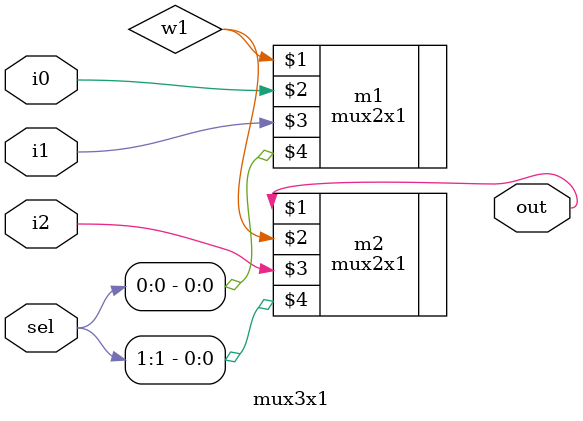
<source format=v>
`timescale 1ns / 1ps


module mux3x1(output out,input i0,i1,i2,input [1:0]sel);
wire w1;
mux2x1 m1(w1,i0,i1,sel[0]);
mux2x1 m2(out,w1,i2,sel[1]);
endmodule

</source>
